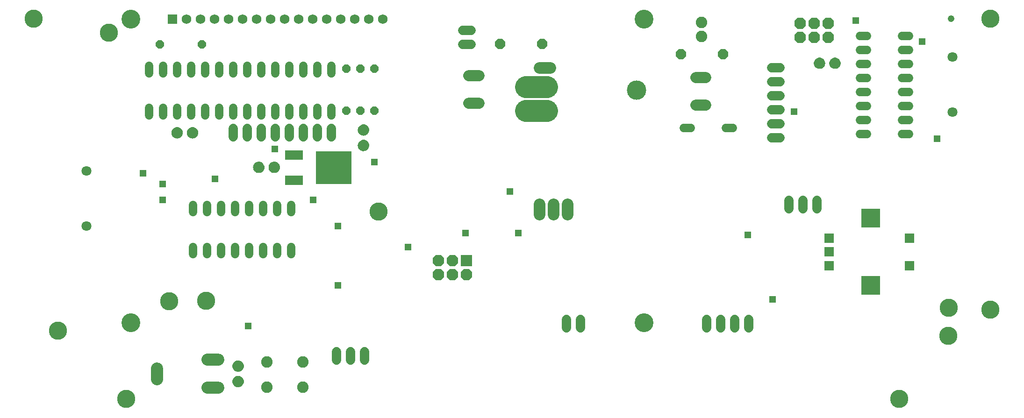
<source format=gbs>
G75*
G70*
%OFA0B0*%
%FSLAX24Y24*%
%IPPOS*%
%LPD*%
%AMOC8*
5,1,8,0,0,1.08239X$1,22.5*
%
%ADD10R,0.0820X0.0820*%
%ADD11OC8,0.0820*%
%ADD12C,0.1300*%
%ADD13C,0.0680*%
%ADD14C,0.0600*%
%ADD15OC8,0.0600*%
%ADD16R,0.0674X0.0674*%
%ADD17R,0.1346X0.1346*%
%ADD18R,0.0680X0.0680*%
%ADD19C,0.0680*%
%ADD20C,0.1340*%
%ADD21C,0.0860*%
%ADD22C,0.0050*%
%ADD23R,0.2521X0.2363*%
%ADD24R,0.1261X0.0710*%
%ADD25C,0.0820*%
%ADD26C,0.0674*%
%ADD27C,0.0820*%
%ADD28C,0.0710*%
%ADD29C,0.0840*%
%ADD30C,0.1580*%
%ADD31C,0.1380*%
%ADD32OC8,0.0710*%
%ADD33C,0.0785*%
%ADD34R,0.0476X0.0476*%
%ADD35C,0.0476*%
D10*
X033467Y011181D03*
D11*
X032467Y011181D03*
X031467Y011181D03*
X031467Y010181D03*
X032467Y010181D03*
X033467Y010181D03*
X057262Y027096D03*
X058262Y027096D03*
X059262Y027096D03*
X059262Y028096D03*
X058262Y028096D03*
X057262Y028096D03*
D12*
X009217Y001306D03*
X004342Y006181D03*
X012262Y008289D03*
X014887Y008314D03*
X027217Y014681D03*
X007967Y027431D03*
X002592Y028431D03*
X067862Y007826D03*
X070842Y007681D03*
X067850Y005814D03*
X064342Y001306D03*
X070842Y028431D03*
D13*
X055822Y024936D02*
X055222Y024936D01*
X055222Y023936D02*
X055822Y023936D01*
X055822Y022936D02*
X055222Y022936D01*
X055222Y021936D02*
X055822Y021936D01*
X055822Y020936D02*
X055222Y020936D01*
X055222Y019936D02*
X055822Y019936D01*
X056467Y015481D02*
X056467Y014881D01*
X057467Y014881D02*
X057467Y015481D01*
X058467Y015481D02*
X058467Y014881D01*
X053592Y006981D02*
X053592Y006381D01*
X052592Y006381D02*
X052592Y006981D01*
X051592Y006981D02*
X051592Y006381D01*
X050592Y006381D02*
X050592Y006981D01*
X041592Y006981D02*
X041592Y006381D01*
X040592Y006381D02*
X040592Y006981D01*
X023825Y020014D02*
X023825Y020614D01*
X022825Y020614D02*
X022825Y020014D01*
X021825Y020014D02*
X021825Y020614D01*
X020825Y020614D02*
X020825Y020014D01*
X019825Y020014D02*
X019825Y020614D01*
X018825Y020614D02*
X018825Y020014D01*
X017825Y020014D02*
X017825Y020614D01*
X016825Y020614D02*
X016825Y020014D01*
D14*
X016837Y021554D02*
X016837Y022074D01*
X015837Y022074D02*
X015837Y021554D01*
X014837Y021554D02*
X014837Y022074D01*
X013837Y022074D02*
X013837Y021554D01*
X012837Y021554D02*
X012837Y022074D01*
X011837Y022074D02*
X011837Y021554D01*
X010837Y021554D02*
X010837Y022074D01*
X010837Y024554D02*
X010837Y025074D01*
X011837Y025074D02*
X011837Y024554D01*
X012837Y024554D02*
X012837Y025074D01*
X013837Y025074D02*
X013837Y024554D01*
X014837Y024554D02*
X014837Y025074D01*
X015837Y025074D02*
X015837Y024554D01*
X016837Y024554D02*
X016837Y025074D01*
X017837Y025074D02*
X017837Y024554D01*
X018837Y024554D02*
X018837Y025074D01*
X019837Y025074D02*
X019837Y024554D01*
X020837Y024554D02*
X020837Y025074D01*
X021837Y025074D02*
X021837Y024554D01*
X022837Y024554D02*
X022837Y025074D01*
X023837Y025074D02*
X023837Y024554D01*
X023837Y022074D02*
X023837Y021554D01*
X022837Y021554D02*
X022837Y022074D01*
X021837Y022074D02*
X021837Y021554D01*
X020837Y021554D02*
X020837Y022074D01*
X019837Y022074D02*
X019837Y021554D01*
X018837Y021554D02*
X018837Y022074D01*
X017837Y022074D02*
X017837Y021554D01*
X017962Y015161D02*
X017962Y014641D01*
X018962Y014641D02*
X018962Y015161D01*
X019962Y015161D02*
X019962Y014641D01*
X020962Y014641D02*
X020962Y015161D01*
X016962Y015161D02*
X016962Y014641D01*
X015962Y014641D02*
X015962Y015161D01*
X014962Y015161D02*
X014962Y014641D01*
X013962Y014641D02*
X013962Y015161D01*
X013962Y012161D02*
X013962Y011641D01*
X014962Y011641D02*
X014962Y012161D01*
X015962Y012161D02*
X015962Y011641D01*
X016962Y011641D02*
X016962Y012161D01*
X017962Y012161D02*
X017962Y011641D01*
X018962Y011641D02*
X018962Y012161D01*
X019962Y012161D02*
X019962Y011641D01*
X020962Y011641D02*
X020962Y012161D01*
X048962Y020656D02*
X049482Y020656D01*
X051962Y020656D02*
X052482Y020656D01*
X061527Y020196D02*
X062047Y020196D01*
X064527Y020196D02*
X065047Y020196D01*
X065047Y021196D02*
X064527Y021196D01*
X064527Y022196D02*
X065047Y022196D01*
X065047Y023196D02*
X064527Y023196D01*
X064527Y024196D02*
X065047Y024196D01*
X065047Y025196D02*
X064527Y025196D01*
X062047Y025196D02*
X061527Y025196D01*
X061527Y024196D02*
X062047Y024196D01*
X062047Y023196D02*
X061527Y023196D01*
X061527Y022196D02*
X062047Y022196D01*
X062047Y021196D02*
X061527Y021196D01*
X061527Y026196D02*
X062047Y026196D01*
X062047Y027196D02*
X061527Y027196D01*
X064527Y027196D02*
X065047Y027196D01*
X065047Y026196D02*
X064527Y026196D01*
D15*
X026887Y024889D03*
X025900Y024876D03*
X024900Y024864D03*
X024900Y021864D03*
X025900Y021876D03*
X026887Y021889D03*
X014600Y026614D03*
X011600Y026614D03*
D16*
X059347Y012785D03*
X059347Y011801D03*
X059347Y010817D03*
X065056Y010817D03*
X065056Y012785D03*
D17*
X062300Y014203D03*
X062300Y009400D03*
D18*
X012487Y028401D03*
D19*
X013487Y028401D03*
X014487Y028401D03*
X015487Y028401D03*
X016487Y028401D03*
X017487Y028401D03*
X018487Y028401D03*
X019487Y028401D03*
X020487Y028401D03*
X021487Y028401D03*
X022487Y028401D03*
X023487Y028401D03*
X024487Y028401D03*
X025487Y028401D03*
X026487Y028401D03*
X027487Y028401D03*
D20*
X009534Y028401D03*
X046148Y028401D03*
X046148Y006748D03*
X009534Y006748D03*
D21*
X014997Y004101D02*
X015777Y004101D01*
X015777Y002101D02*
X014997Y002101D01*
X011387Y002711D02*
X011387Y003491D01*
D22*
X016810Y003650D02*
X016817Y003716D01*
X016835Y003780D01*
X016864Y003839D01*
X016903Y003893D01*
X016950Y003939D01*
X017005Y003976D01*
X017065Y004003D01*
X017130Y004019D01*
X017195Y004024D01*
X017267Y004016D01*
X017336Y003995D01*
X017400Y003960D01*
X017455Y003913D01*
X017501Y003857D01*
X017534Y003793D01*
X017554Y003723D01*
X017560Y003651D01*
X017556Y003587D01*
X017540Y003524D01*
X017513Y003465D01*
X017477Y003411D01*
X017432Y003365D01*
X017379Y003327D01*
X017321Y003299D01*
X017259Y003282D01*
X017194Y003275D01*
X017129Y003280D01*
X017064Y003296D01*
X017004Y003324D01*
X016949Y003361D01*
X016902Y003407D01*
X016864Y003461D01*
X016835Y003521D01*
X016817Y003584D01*
X016810Y003650D01*
X016813Y003672D02*
X017559Y003672D01*
X017554Y003720D02*
X016818Y003720D01*
X016832Y003769D02*
X017541Y003769D01*
X017521Y003817D02*
X016854Y003817D01*
X016883Y003866D02*
X017493Y003866D01*
X017454Y003914D02*
X016925Y003914D01*
X016986Y003963D02*
X017394Y003963D01*
X017283Y004011D02*
X017098Y004011D01*
X016813Y003623D02*
X017558Y003623D01*
X017553Y003575D02*
X016820Y003575D01*
X016833Y003526D02*
X017540Y003526D01*
X017519Y003478D02*
X016855Y003478D01*
X016886Y003429D02*
X017489Y003429D01*
X017447Y003381D02*
X016929Y003381D01*
X016991Y003332D02*
X017386Y003332D01*
X017267Y003284D02*
X017114Y003284D01*
X017130Y002917D02*
X017195Y002922D01*
X017267Y002914D01*
X017336Y002893D01*
X017400Y002858D01*
X017455Y002811D01*
X017501Y002755D01*
X017534Y002691D01*
X017554Y002621D01*
X017560Y002549D01*
X017556Y002485D01*
X017540Y002422D01*
X017513Y002363D01*
X017477Y002309D01*
X017432Y002263D01*
X017379Y002225D01*
X017321Y002197D01*
X017259Y002180D01*
X017194Y002173D01*
X017129Y002178D01*
X017064Y002194D01*
X017004Y002222D01*
X016949Y002259D01*
X016902Y002305D01*
X016864Y002359D01*
X016835Y002419D01*
X016817Y002482D01*
X016810Y002548D01*
X016817Y002614D01*
X016835Y002678D01*
X016864Y002737D01*
X016903Y002791D01*
X016950Y002837D01*
X017005Y002874D01*
X017065Y002901D01*
X017130Y002917D01*
X017054Y002896D02*
X017326Y002896D01*
X017412Y002847D02*
X016966Y002847D01*
X016911Y002799D02*
X017465Y002799D01*
X017503Y002750D02*
X016874Y002750D01*
X016847Y002702D02*
X017528Y002702D01*
X017545Y002653D02*
X016828Y002653D01*
X016816Y002605D02*
X017556Y002605D01*
X017560Y002556D02*
X016811Y002556D01*
X016814Y002508D02*
X017557Y002508D01*
X017549Y002459D02*
X016823Y002459D01*
X016839Y002411D02*
X017535Y002411D01*
X017513Y002362D02*
X016862Y002362D01*
X016896Y002314D02*
X017480Y002314D01*
X017434Y002265D02*
X016943Y002265D01*
X017015Y002217D02*
X017362Y002217D01*
X018596Y017470D02*
X018533Y017486D01*
X018474Y017513D01*
X018421Y017549D01*
X018374Y017594D01*
X018337Y017647D01*
X018309Y017705D01*
X018291Y017767D01*
X018285Y017832D01*
X018289Y017898D01*
X018306Y017962D01*
X018333Y018022D01*
X018370Y018077D01*
X018417Y018124D01*
X018470Y018163D01*
X018530Y018191D01*
X018594Y018209D01*
X018659Y018216D01*
X018725Y018209D01*
X018789Y018191D01*
X018848Y018162D01*
X018902Y018123D01*
X018948Y018076D01*
X018985Y018021D01*
X019012Y017961D01*
X019029Y017897D01*
X019033Y017831D01*
X019026Y017759D01*
X019004Y017690D01*
X018969Y017626D01*
X018923Y017571D01*
X018866Y017526D01*
X018802Y017492D01*
X018733Y017472D01*
X018660Y017466D01*
X018596Y017470D01*
X018515Y017494D02*
X018806Y017494D01*
X018888Y017543D02*
X018430Y017543D01*
X018377Y017591D02*
X018940Y017591D01*
X018977Y017640D02*
X018342Y017640D01*
X018317Y017688D02*
X019003Y017688D01*
X019019Y017737D02*
X018300Y017737D01*
X018289Y017785D02*
X019029Y017785D01*
X019033Y017834D02*
X018285Y017834D01*
X018288Y017882D02*
X019030Y017882D01*
X019020Y017931D02*
X018298Y017931D01*
X018314Y017979D02*
X019004Y017979D01*
X018981Y018028D02*
X018337Y018028D01*
X018370Y018076D02*
X018948Y018076D01*
X018900Y018125D02*
X018418Y018125D01*
X018493Y018173D02*
X018825Y018173D01*
X019408Y017962D02*
X019435Y018022D01*
X019472Y018077D01*
X019519Y018124D01*
X019572Y018163D01*
X019632Y018191D01*
X019696Y018209D01*
X019761Y018216D01*
X019827Y018209D01*
X019891Y018191D01*
X019951Y018162D01*
X020004Y018123D01*
X020050Y018076D01*
X020087Y018021D01*
X020114Y017961D01*
X020131Y017897D01*
X020135Y017831D01*
X020128Y017759D01*
X020106Y017690D01*
X020071Y017626D01*
X020025Y017571D01*
X019968Y017526D01*
X019904Y017492D01*
X019835Y017472D01*
X019762Y017466D01*
X019698Y017470D01*
X019635Y017486D01*
X019576Y017513D01*
X019523Y017549D01*
X019477Y017594D01*
X019439Y017647D01*
X019411Y017705D01*
X019393Y017767D01*
X019387Y017832D01*
X019391Y017898D01*
X019408Y017962D01*
X019416Y017979D02*
X020106Y017979D01*
X020122Y017931D02*
X019400Y017931D01*
X019390Y017882D02*
X020132Y017882D01*
X020135Y017834D02*
X019387Y017834D01*
X019391Y017785D02*
X020131Y017785D01*
X020121Y017737D02*
X019402Y017737D01*
X019419Y017688D02*
X020105Y017688D01*
X020079Y017640D02*
X019444Y017640D01*
X019479Y017591D02*
X020042Y017591D01*
X019990Y017543D02*
X019532Y017543D01*
X019617Y017494D02*
X019908Y017494D01*
X020083Y018028D02*
X019439Y018028D01*
X019472Y018076D02*
X020050Y018076D01*
X020002Y018125D02*
X019520Y018125D01*
X019595Y018173D02*
X019927Y018173D01*
X014281Y020152D02*
X014246Y020089D01*
X014200Y020033D01*
X014143Y019988D01*
X014079Y019955D01*
X014010Y019934D01*
X013937Y019928D01*
X013873Y019933D01*
X013810Y019949D01*
X013751Y019975D01*
X013698Y020012D01*
X013652Y020057D01*
X013614Y020109D01*
X013586Y020168D01*
X013568Y020230D01*
X013562Y020294D01*
X013566Y020360D01*
X013583Y020424D01*
X013610Y020484D01*
X013647Y020539D01*
X013694Y020586D01*
X013747Y020625D01*
X013807Y020654D01*
X013871Y020672D01*
X013936Y020678D01*
X014002Y020671D01*
X014066Y020653D01*
X014126Y020625D01*
X014179Y020586D01*
X014225Y020538D01*
X014262Y020484D01*
X014289Y020423D01*
X014306Y020359D01*
X014310Y020293D01*
X014303Y020221D01*
X014281Y020152D01*
X014284Y020162D02*
X013588Y020162D01*
X013573Y020210D02*
X014299Y020210D01*
X014307Y020259D02*
X013565Y020259D01*
X013563Y020307D02*
X014309Y020307D01*
X014306Y020356D02*
X013566Y020356D01*
X013578Y020404D02*
X014294Y020404D01*
X014276Y020453D02*
X013596Y020453D01*
X013622Y020501D02*
X014250Y020501D01*
X014214Y020550D02*
X013658Y020550D01*
X013710Y020598D02*
X014162Y020598D01*
X014079Y020647D02*
X013793Y020647D01*
X013187Y020423D02*
X013204Y020359D01*
X013208Y020293D01*
X013201Y020221D01*
X013179Y020152D01*
X013144Y020089D01*
X013098Y020033D01*
X013041Y019988D01*
X012977Y019955D01*
X012908Y019934D01*
X012835Y019928D01*
X012771Y019933D01*
X012708Y019949D01*
X012649Y019975D01*
X012596Y020012D01*
X012549Y020057D01*
X012512Y020109D01*
X012484Y020168D01*
X012466Y020230D01*
X012460Y020294D01*
X012464Y020360D01*
X012481Y020424D01*
X012508Y020484D01*
X012545Y020539D01*
X012592Y020586D01*
X012645Y020625D01*
X012705Y020654D01*
X012769Y020672D01*
X012834Y020678D01*
X012900Y020671D01*
X012964Y020653D01*
X013023Y020625D01*
X013077Y020586D01*
X013123Y020538D01*
X013160Y020484D01*
X013187Y020423D01*
X013192Y020404D02*
X012476Y020404D01*
X012464Y020356D02*
X013204Y020356D01*
X013207Y020307D02*
X012461Y020307D01*
X012463Y020259D02*
X013205Y020259D01*
X013197Y020210D02*
X012471Y020210D01*
X012486Y020162D02*
X013182Y020162D01*
X013158Y020113D02*
X012510Y020113D01*
X012544Y020065D02*
X013124Y020065D01*
X013077Y020016D02*
X012591Y020016D01*
X012666Y019968D02*
X013003Y019968D01*
X013174Y020453D02*
X012494Y020453D01*
X012520Y020501D02*
X013148Y020501D01*
X013112Y020550D02*
X012556Y020550D01*
X012608Y020598D02*
X013060Y020598D01*
X012977Y020647D02*
X012691Y020647D01*
X013612Y020113D02*
X014260Y020113D01*
X014226Y020065D02*
X013646Y020065D01*
X013693Y020016D02*
X014179Y020016D01*
X014105Y019968D02*
X013768Y019968D01*
X025748Y020500D02*
X025755Y020566D01*
X025773Y020630D01*
X025802Y020689D01*
X025840Y020743D01*
X025888Y020789D01*
X025942Y020826D01*
X026003Y020853D01*
X026067Y020869D01*
X026133Y020874D01*
X026205Y020866D01*
X026274Y020845D01*
X026337Y020810D01*
X026393Y020763D01*
X026438Y020707D01*
X026471Y020643D01*
X026492Y020573D01*
X026498Y020501D01*
X026493Y020437D01*
X026477Y020374D01*
X026451Y020315D01*
X026414Y020261D01*
X026369Y020215D01*
X026317Y020177D01*
X026259Y020149D01*
X026196Y020132D01*
X026132Y020125D01*
X026066Y020130D01*
X026002Y020146D01*
X025942Y020174D01*
X025887Y020211D01*
X025840Y020257D01*
X025801Y020311D01*
X025772Y020371D01*
X025755Y020434D01*
X025748Y020500D01*
X025748Y020501D02*
X026498Y020501D01*
X026494Y020453D02*
X025753Y020453D01*
X025763Y020404D02*
X026485Y020404D01*
X026469Y020356D02*
X025779Y020356D01*
X025804Y020307D02*
X026446Y020307D01*
X026412Y020259D02*
X025838Y020259D01*
X025888Y020210D02*
X026363Y020210D01*
X026285Y020162D02*
X025968Y020162D01*
X026067Y019767D02*
X026133Y019772D01*
X026205Y019764D01*
X026274Y019743D01*
X026337Y019708D01*
X026393Y019661D01*
X026438Y019605D01*
X026471Y019541D01*
X026492Y019471D01*
X026498Y019399D01*
X026493Y019335D01*
X026477Y019272D01*
X026451Y019213D01*
X026414Y019159D01*
X026369Y019113D01*
X026317Y019075D01*
X026259Y019047D01*
X026196Y019030D01*
X026132Y019023D01*
X026066Y019028D01*
X026002Y019044D01*
X025942Y019072D01*
X025887Y019109D01*
X025840Y019155D01*
X025801Y019209D01*
X025772Y019269D01*
X025755Y019332D01*
X025748Y019398D01*
X025755Y019464D01*
X025773Y019528D01*
X025802Y019587D01*
X025840Y019641D01*
X025888Y019687D01*
X025942Y019724D01*
X026003Y019751D01*
X026067Y019767D01*
X025946Y019725D02*
X026305Y019725D01*
X026374Y019677D02*
X025878Y019677D01*
X025831Y019628D02*
X026419Y019628D01*
X026451Y019580D02*
X025798Y019580D01*
X025775Y019531D02*
X026474Y019531D01*
X026488Y019483D02*
X025760Y019483D01*
X025752Y019434D02*
X026495Y019434D01*
X026497Y019386D02*
X025749Y019386D01*
X025754Y019337D02*
X026493Y019337D01*
X026482Y019289D02*
X025767Y019289D01*
X025786Y019240D02*
X026463Y019240D01*
X026436Y019192D02*
X025813Y019192D01*
X025852Y019143D02*
X026399Y019143D01*
X026344Y019095D02*
X025908Y019095D01*
X025998Y019046D02*
X026256Y019046D01*
X026494Y020550D02*
X025753Y020550D01*
X025764Y020598D02*
X026484Y020598D01*
X026469Y020647D02*
X025781Y020647D01*
X025806Y020695D02*
X026444Y020695D01*
X026408Y020744D02*
X025841Y020744D01*
X025893Y020792D02*
X026358Y020792D01*
X026280Y020841D02*
X025976Y020841D01*
X058281Y025197D02*
X058275Y025262D01*
X058279Y025328D01*
X058296Y025392D01*
X058323Y025452D01*
X058360Y025507D01*
X058407Y025554D01*
X058460Y025593D01*
X058520Y025621D01*
X058584Y025639D01*
X058649Y025646D01*
X058715Y025639D01*
X058779Y025621D01*
X058838Y025592D01*
X058892Y025553D01*
X058938Y025506D01*
X058975Y025451D01*
X059002Y025391D01*
X059019Y025327D01*
X059023Y025261D01*
X059016Y025189D01*
X058994Y025120D01*
X058959Y025056D01*
X058913Y025001D01*
X058856Y024956D01*
X058792Y024922D01*
X058723Y024902D01*
X058650Y024896D01*
X058586Y024900D01*
X058523Y024916D01*
X058464Y024943D01*
X058411Y024979D01*
X058364Y025024D01*
X058327Y025077D01*
X058299Y025135D01*
X058281Y025197D01*
X058280Y025206D02*
X059018Y025206D01*
X059023Y025254D02*
X058275Y025254D01*
X058278Y025303D02*
X059020Y025303D01*
X059012Y025351D02*
X058286Y025351D01*
X058300Y025400D02*
X058998Y025400D01*
X058977Y025448D02*
X058321Y025448D01*
X058354Y025497D02*
X058944Y025497D01*
X058900Y025545D02*
X058398Y025545D01*
X058463Y025594D02*
X058834Y025594D01*
X058680Y025642D02*
X058618Y025642D01*
X059398Y025392D02*
X059425Y025452D01*
X059462Y025507D01*
X059509Y025554D01*
X059562Y025593D01*
X059622Y025621D01*
X059686Y025639D01*
X059751Y025646D01*
X059817Y025639D01*
X059881Y025621D01*
X059941Y025592D01*
X059994Y025553D01*
X060040Y025506D01*
X060077Y025451D01*
X060104Y025391D01*
X060121Y025327D01*
X060125Y025261D01*
X060118Y025189D01*
X060096Y025120D01*
X060061Y025056D01*
X060015Y025001D01*
X059958Y024956D01*
X059894Y024922D01*
X059825Y024902D01*
X059752Y024896D01*
X059688Y024900D01*
X059625Y024916D01*
X059566Y024943D01*
X059513Y024979D01*
X059467Y025024D01*
X059429Y025077D01*
X059401Y025135D01*
X059383Y025197D01*
X059377Y025262D01*
X059381Y025328D01*
X059398Y025392D01*
X059402Y025400D02*
X060100Y025400D01*
X060114Y025351D02*
X059388Y025351D01*
X059380Y025303D02*
X060122Y025303D01*
X060125Y025254D02*
X059377Y025254D01*
X059382Y025206D02*
X060120Y025206D01*
X060108Y025157D02*
X059394Y025157D01*
X059413Y025109D02*
X060090Y025109D01*
X060063Y025060D02*
X059440Y025060D01*
X059479Y025012D02*
X060024Y025012D01*
X059968Y024963D02*
X059536Y024963D01*
X059630Y024915D02*
X059869Y024915D01*
X059006Y025157D02*
X058292Y025157D01*
X058311Y025109D02*
X058988Y025109D01*
X058961Y025060D02*
X058338Y025060D01*
X058377Y025012D02*
X058922Y025012D01*
X058866Y024963D02*
X058434Y024963D01*
X058528Y024915D02*
X058767Y024915D01*
X059424Y025448D02*
X060079Y025448D01*
X060046Y025497D02*
X059456Y025497D01*
X059500Y025545D02*
X060002Y025545D01*
X059936Y025594D02*
X059565Y025594D01*
X059720Y025642D02*
X059782Y025642D01*
D23*
X023987Y017826D03*
D24*
X021160Y016928D03*
X021160Y018724D03*
D25*
X050241Y027195D03*
X050241Y028195D03*
X021805Y003929D03*
X019245Y003929D03*
X019245Y002149D03*
X021805Y002149D03*
D26*
X024212Y004092D02*
X024212Y004685D01*
X025212Y004685D02*
X025212Y004092D01*
X026212Y004092D02*
X026212Y004685D01*
X033196Y026620D02*
X033789Y026620D01*
X033789Y027620D02*
X033196Y027620D01*
D27*
X038662Y015216D02*
X038662Y014476D01*
X039662Y014476D02*
X039662Y015216D01*
X040662Y015216D02*
X040662Y014476D01*
D28*
X068140Y021791D03*
X068140Y025728D03*
X006385Y017582D03*
X006385Y013645D03*
D29*
X038663Y024952D02*
X039423Y024952D01*
D30*
X039206Y023590D02*
X037706Y023590D01*
X037706Y021890D02*
X039206Y021890D01*
D31*
X045618Y023340D03*
D32*
X048755Y025911D03*
X051755Y025911D03*
X038880Y026631D03*
X035880Y026631D03*
D33*
X034355Y024390D02*
X033650Y024390D01*
X033650Y022422D02*
X034355Y022422D01*
X049820Y022282D02*
X050525Y022282D01*
X050525Y024250D02*
X049820Y024250D01*
D34*
X056822Y021816D03*
X067022Y019876D03*
X053537Y013026D03*
X055287Y008401D03*
X037162Y013151D03*
X033412Y013151D03*
X029287Y012151D03*
X024287Y013651D03*
X022537Y015526D03*
X026900Y018226D03*
X019787Y019151D03*
X015537Y017026D03*
X011787Y016651D03*
X011787Y015526D03*
X010412Y017401D03*
X024287Y009401D03*
X017912Y006526D03*
X036554Y016120D03*
X065962Y026826D03*
X061232Y028306D03*
D35*
X068032Y028436D03*
M02*

</source>
